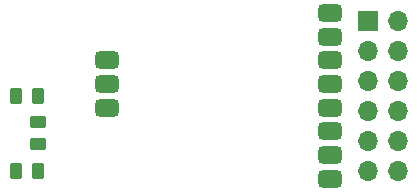
<source format=gbr>
%TF.GenerationSoftware,KiCad,Pcbnew,7.0.10*%
%TF.CreationDate,2024-01-17T20:38:39+01:00*%
%TF.ProjectId,C1101_868,43313130-315f-4383-9638-2e6b69636164,rev?*%
%TF.SameCoordinates,Original*%
%TF.FileFunction,Soldermask,Top*%
%TF.FilePolarity,Negative*%
%FSLAX46Y46*%
G04 Gerber Fmt 4.6, Leading zero omitted, Abs format (unit mm)*
G04 Created by KiCad (PCBNEW 7.0.10) date 2024-01-17 20:38:39*
%MOMM*%
%LPD*%
G01*
G04 APERTURE LIST*
G04 Aperture macros list*
%AMRoundRect*
0 Rectangle with rounded corners*
0 $1 Rounding radius*
0 $2 $3 $4 $5 $6 $7 $8 $9 X,Y pos of 4 corners*
0 Add a 4 corners polygon primitive as box body*
4,1,4,$2,$3,$4,$5,$6,$7,$8,$9,$2,$3,0*
0 Add four circle primitives for the rounded corners*
1,1,$1+$1,$2,$3*
1,1,$1+$1,$4,$5*
1,1,$1+$1,$6,$7*
1,1,$1+$1,$8,$9*
0 Add four rect primitives between the rounded corners*
20,1,$1+$1,$2,$3,$4,$5,0*
20,1,$1+$1,$4,$5,$6,$7,0*
20,1,$1+$1,$6,$7,$8,$9,0*
20,1,$1+$1,$8,$9,$2,$3,0*%
G04 Aperture macros list end*
%ADD10RoundRect,0.375000X0.625000X-0.375000X0.625000X0.375000X-0.625000X0.375000X-0.625000X-0.375000X0*%
%ADD11O,1.700000X1.700000*%
%ADD12R,1.700000X1.700000*%
%ADD13RoundRect,0.250000X0.262500X0.450000X-0.262500X0.450000X-0.262500X-0.450000X0.262500X-0.450000X0*%
%ADD14RoundRect,0.250000X-0.450000X0.262500X-0.450000X-0.262500X0.450000X-0.262500X0.450000X0.262500X0*%
G04 APERTURE END LIST*
D10*
%TO.C,U1*%
X127785000Y-46545000D03*
X127785000Y-48545000D03*
X127785000Y-50545000D03*
X146685000Y-56545000D03*
X146685000Y-54545000D03*
X146685000Y-52545000D03*
X146685000Y-50545000D03*
X146685000Y-48545000D03*
X146685000Y-46545000D03*
X146685000Y-44545000D03*
X146685000Y-42545000D03*
%TD*%
D11*
%TO.C,J1*%
X152400000Y-55880000D03*
X149860000Y-55880000D03*
X152400000Y-53340000D03*
X149860000Y-53340000D03*
X152400000Y-50800000D03*
X149860000Y-50800000D03*
X152400000Y-48260000D03*
X149860000Y-48260000D03*
X152400000Y-45720000D03*
X149860000Y-45720000D03*
X152400000Y-43180000D03*
D12*
X149860000Y-43180000D03*
%TD*%
D13*
%TO.C,M3*%
X121920000Y-55880000D03*
X120095000Y-55880000D03*
%TD*%
%TO.C,M1*%
X121920000Y-49530000D03*
X120095000Y-49530000D03*
%TD*%
D14*
%TO.C,M2*%
X121920000Y-51792500D03*
X121920000Y-53617500D03*
%TD*%
M02*

</source>
